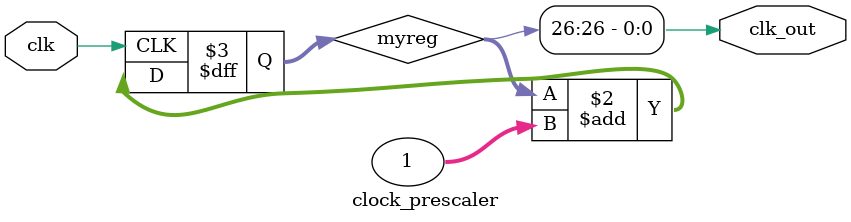
<source format=sv>

module clock_prescaler(
                        input logic clk,
                        output logic clk_out
                       );
                
        logic [31:0]myreg;
        
        always @ (posedge clk)
                    myreg +=1;
        assign clk_out = myreg[26];
endmodule

</source>
